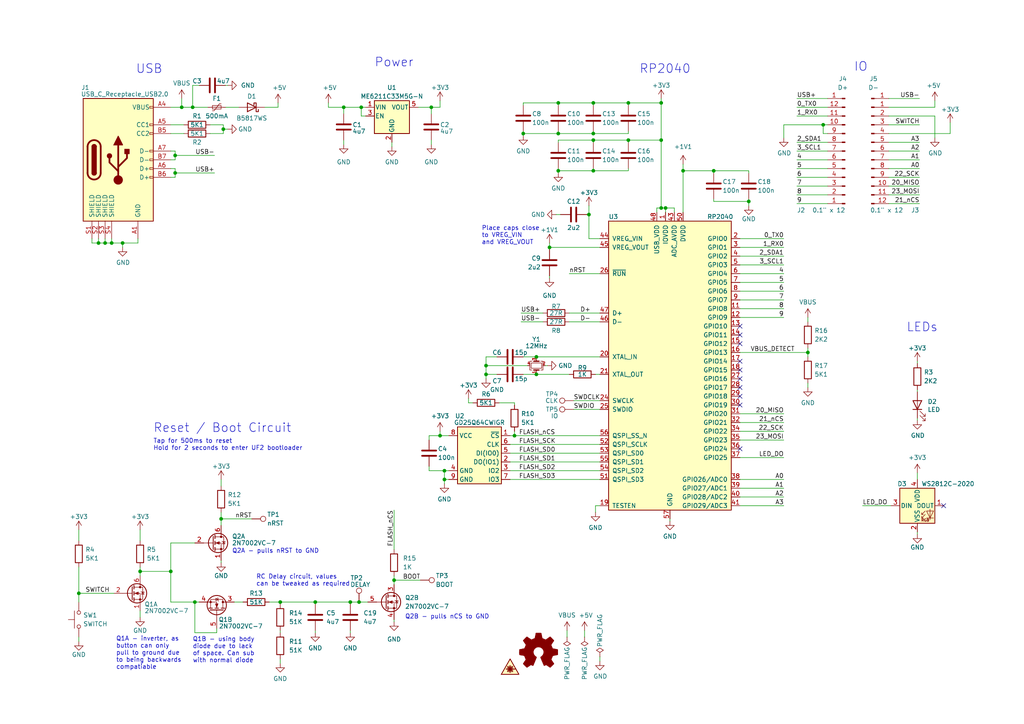
<source format=kicad_sch>
(kicad_sch (version 20211123) (generator eeschema)
  (paper "A4")
  (title_block (title "Sea Picro Reset") (date "2022-03-13") (rev "0.2") (company "Josh Johnson"))
  (junction (at 170.815 62.23))
  (junction (at 40.64 165.735))
  (junction (at 32.385 70.485))
  (junction (at 140.97 106.045))
  (junction (at 207.01 49.53))
  (junction (at 125.095 31.115))
  (junction (at 56.515 174.625))
  (junction (at 64.77 37.465))
  (junction (at 64.135 150.495))
  (junction (at 172.085 38.735))
  (junction (at 104.14 174.625))
  (junction (at 182.245 29.845))
  (junction (at 151.765 38.735))
  (junction (at 161.925 49.53))
  (junction (at 182.245 40.64))
  (junction (at 50.8 45.085))
  (junction (at 234.315 102.235))
  (junction (at 28.575 70.485))
  (junction (at 193.04 60.325))
  (junction (at 35.56 70.485))
  (junction (at 191.77 40.64))
  (junction (at 172.085 49.53))
  (junction (at 104.775 31.115))
  (junction (at 159.385 71.755))
  (junction (at 52.705 31.115))
  (junction (at 30.48 70.485))
  (junction (at 198.12 49.53))
  (junction (at 50.8 50.165))
  (junction (at 101.6 174.625))
  (junction (at 155.575 108.585))
  (junction (at 22.86 172.085))
  (junction (at 161.925 38.735))
  (junction (at 91.44 174.625))
  (junction (at 127.635 126.365))
  (junction (at 49.53 165.735))
  (junction (at 140.97 108.585))
  (junction (at 155.575 103.505))
  (junction (at 128.905 136.525))
  (junction (at 55.88 31.115))
  (junction (at 99.695 31.115))
  (junction (at 81.28 174.625))
  (junction (at 114.3 168.275))
  (junction (at 128.905 139.065))
  (junction (at 172.085 29.845))
  (junction (at 191.77 29.845))
  (junction (at 172.085 40.64))
  (junction (at 149.225 126.365))
  (junction (at 161.925 29.845))
  (junction (at 217.17 58.42))
  (junction (at 238.76 36.195))
  (junction (at 191.77 60.325))
  (no_connect (at 214.63 130.175))
  (no_connect (at 214.63 107.315))
  (no_connect (at 214.63 112.395))
  (no_connect (at 214.63 97.155))
  (no_connect (at 214.63 99.695))
  (no_connect (at 214.63 114.935))
  (no_connect (at 214.63 104.775))
  (no_connect (at 214.63 94.615))
  (no_connect (at 214.63 109.855))
  (no_connect (at 273.685 146.685))
  (no_connect (at 214.63 117.475))
  (wire (pts (xy 128.905 136.525) (xy 128.905 139.065)))
  (wire (pts (xy 50.8 48.895) (xy 50.8 50.165)))
  (wire (pts (xy 266.065 121.285) (xy 266.065 121.92)))
  (wire (pts (xy 127.635 126.365) (xy 124.46 126.365)))
  (wire (pts (xy 151.765 30.48) (xy 151.765 29.845)))
  (wire (pts (xy 191.77 29.845) (xy 191.77 40.64)))
  (wire (pts (xy 60.96 36.195) (xy 64.77 36.195)))
  (wire (pts (xy 147.955 126.365) (xy 149.225 126.365)))
  (wire (pts (xy 182.245 29.845) (xy 191.77 29.845)))
  (wire (pts (xy 207.01 49.53) (xy 198.12 49.53)))
  (wire (pts (xy 56.515 174.625) (xy 49.53 174.625)))
  (wire (pts (xy 231.14 56.515) (xy 240.03 56.515)))
  (wire (pts (xy 191.77 40.64) (xy 191.77 60.325)))
  (wire (pts (xy 257.81 41.275) (xy 266.7 41.275)))
  (wire (pts (xy 114.3 167.005) (xy 114.3 168.275)))
  (wire (pts (xy 28.575 70.485) (xy 30.48 70.485)))
  (wire (pts (xy 182.245 29.845) (xy 182.245 30.48)))
  (wire (pts (xy 234.315 111.125) (xy 234.315 112.395)))
  (wire (pts (xy 214.63 92.075) (xy 227.33 92.075)))
  (wire (pts (xy 26.67 70.485) (xy 28.575 70.485)))
  (wire (pts (xy 140.97 103.505) (xy 140.97 106.045)))
  (wire (pts (xy 40.64 164.465) (xy 40.64 165.735)))
  (wire (pts (xy 80.645 31.115) (xy 80.645 29.845)))
  (wire (pts (xy 157.48 93.345) (xy 151.13 93.345)))
  (wire (pts (xy 231.14 53.975) (xy 240.03 53.975)))
  (wire (pts (xy 65.405 31.115) (xy 69.215 31.115)))
  (wire (pts (xy 32.385 69.215) (xy 32.385 70.485)))
  (wire (pts (xy 231.14 51.435) (xy 240.03 51.435)))
  (wire (pts (xy 64.135 148.59) (xy 64.135 150.495)))
  (wire (pts (xy 161.925 48.895) (xy 161.925 49.53)))
  (wire (pts (xy 173.99 71.755) (xy 159.385 71.755)))
  (wire (pts (xy 155.575 108.585) (xy 165.1 108.585)))
  (wire (pts (xy 198.12 49.53) (xy 198.12 61.595)))
  (wire (pts (xy 22.86 164.465) (xy 22.86 172.085)))
  (wire (pts (xy 214.63 71.755) (xy 227.33 71.755)))
  (wire (pts (xy 99.695 31.115) (xy 104.775 31.115)))
  (wire (pts (xy 22.86 172.085) (xy 22.86 174.625)))
  (wire (pts (xy 231.14 33.655) (xy 240.03 33.655)))
  (wire (pts (xy 169.545 182.88) (xy 169.545 184.785)))
  (wire (pts (xy 55.88 24.765) (xy 57.785 24.765)))
  (wire (pts (xy 49.53 48.895) (xy 50.8 48.895)))
  (wire (pts (xy 50.8 50.165) (xy 50.8 51.435)))
  (wire (pts (xy 191.77 28.575) (xy 191.77 29.845)))
  (wire (pts (xy 271.145 31.115) (xy 271.145 29.21)))
  (wire (pts (xy 50.8 45.085) (xy 62.23 45.085)))
  (wire (pts (xy 238.76 38.735) (xy 238.76 36.195)))
  (wire (pts (xy 271.145 33.655) (xy 271.145 40.005)))
  (wire (pts (xy 172.085 30.48) (xy 172.085 29.845)))
  (wire (pts (xy 166.37 118.745) (xy 173.99 118.745)))
  (wire (pts (xy 64.135 150.495) (xy 73.025 150.495)))
  (wire (pts (xy 257.81 43.815) (xy 266.7 43.815)))
  (wire (pts (xy 207.01 57.785) (xy 207.01 58.42)))
  (wire (pts (xy 266.065 105.41) (xy 266.065 104.775)))
  (wire (pts (xy 193.04 60.325) (xy 191.77 60.325)))
  (wire (pts (xy 231.14 28.575) (xy 240.03 28.575)))
  (wire (pts (xy 231.14 43.815) (xy 240.03 43.815)))
  (wire (pts (xy 64.135 150.495) (xy 64.135 152.4)))
  (wire (pts (xy 81.28 191.135) (xy 81.28 192.405)))
  (wire (pts (xy 182.245 38.1) (xy 182.245 38.735)))
  (wire (pts (xy 172.085 38.735) (xy 182.245 38.735)))
  (wire (pts (xy 240.03 38.735) (xy 238.76 38.735)))
  (wire (pts (xy 214.63 144.145) (xy 227.33 144.145)))
  (wire (pts (xy 49.53 174.625) (xy 49.53 165.735)))
  (wire (pts (xy 121.285 31.115) (xy 125.095 31.115)))
  (wire (pts (xy 140.97 108.585) (xy 140.97 109.855)))
  (wire (pts (xy 114.3 147.955) (xy 114.3 159.385)))
  (wire (pts (xy 22.86 153.67) (xy 22.86 156.845)))
  (wire (pts (xy 104.14 174.625) (xy 106.68 174.625)))
  (wire (pts (xy 214.63 74.295) (xy 227.33 74.295)))
  (wire (pts (xy 214.63 127.635) (xy 227.33 127.635)))
  (wire (pts (xy 64.77 36.195) (xy 64.77 37.465)))
  (wire (pts (xy 182.245 48.895) (xy 182.245 49.53)))
  (wire (pts (xy 147.955 133.985) (xy 173.99 133.985)))
  (wire (pts (xy 161.925 38.735) (xy 172.085 38.735)))
  (wire (pts (xy 207.01 49.53) (xy 217.17 49.53)))
  (wire (pts (xy 53.34 36.195) (xy 49.53 36.195)))
  (wire (pts (xy 127.635 29.21) (xy 127.635 31.115)))
  (wire (pts (xy 140.97 106.045) (xy 140.97 108.585)))
  (wire (pts (xy 159.385 70.485) (xy 159.385 71.755)))
  (wire (pts (xy 170.815 62.23) (xy 170.815 69.215)))
  (wire (pts (xy 99.695 31.115) (xy 99.695 33.02)))
  (wire (pts (xy 149.225 125.095) (xy 149.225 126.365)))
  (wire (pts (xy 172.085 49.53) (xy 182.245 49.53)))
  (wire (pts (xy 198.12 47.625) (xy 198.12 49.53)))
  (wire (pts (xy 157.48 90.805) (xy 151.13 90.805)))
  (wire (pts (xy 266.065 113.665) (xy 266.065 113.03)))
  (wire (pts (xy 257.81 36.195) (xy 266.7 36.195)))
  (wire (pts (xy 217.17 58.42) (xy 217.17 59.69)))
  (wire (pts (xy 49.53 43.815) (xy 50.8 43.815)))
  (wire (pts (xy 172.085 29.845) (xy 182.245 29.845)))
  (wire (pts (xy 234.315 102.235) (xy 234.315 103.505)))
  (wire (pts (xy 214.63 102.235) (xy 234.315 102.235)))
  (wire (pts (xy 257.81 33.655) (xy 271.145 33.655)))
  (wire (pts (xy 65.405 24.765) (xy 66.04 24.765)))
  (wire (pts (xy 207.01 50.165) (xy 207.01 49.53)))
  (wire (pts (xy 50.8 46.355) (xy 49.53 46.355)))
  (wire (pts (xy 22.86 172.085) (xy 33.02 172.085)))
  (wire (pts (xy 101.6 174.625) (xy 104.14 174.625)))
  (wire (pts (xy 161.925 29.845) (xy 161.925 30.48)))
  (wire (pts (xy 101.6 182.88) (xy 101.6 183.515)))
  (wire (pts (xy 130.175 136.525) (xy 128.905 136.525)))
  (wire (pts (xy 26.67 69.215) (xy 26.67 70.485)))
  (wire (pts (xy 257.81 59.055) (xy 266.7 59.055)))
  (wire (pts (xy 104.775 33.655) (xy 104.775 31.115)))
  (wire (pts (xy 147.955 136.525) (xy 173.99 136.525)))
  (wire (pts (xy 50.8 51.435) (xy 49.53 51.435)))
  (wire (pts (xy 128.905 139.065) (xy 130.175 139.065)))
  (wire (pts (xy 257.81 48.895) (xy 266.7 48.895)))
  (wire (pts (xy 214.63 139.065) (xy 227.33 139.065)))
  (wire (pts (xy 52.705 28.575) (xy 52.705 31.115)))
  (wire (pts (xy 28.575 69.215) (xy 28.575 70.485)))
  (wire (pts (xy 214.63 141.605) (xy 227.33 141.605)))
  (wire (pts (xy 266.065 137.16) (xy 266.065 139.065)))
  (wire (pts (xy 81.28 182.88) (xy 81.28 183.515)))
  (wire (pts (xy 140.97 108.585) (xy 144.145 108.585)))
  (wire (pts (xy 50.8 45.085) (xy 50.8 46.355)))
  (wire (pts (xy 101.6 175.26) (xy 101.6 174.625)))
  (wire (pts (xy 214.63 84.455) (xy 227.33 84.455)))
  (wire (pts (xy 161.925 49.53) (xy 172.085 49.53)))
  (wire (pts (xy 60.96 38.735) (xy 64.77 38.735)))
  (wire (pts (xy 151.765 29.845) (xy 161.925 29.845)))
  (wire (pts (xy 172.085 40.64) (xy 172.085 41.275)))
  (wire (pts (xy 40.64 165.735) (xy 40.64 167.005)))
  (wire (pts (xy 172.085 38.1) (xy 172.085 38.735)))
  (wire (pts (xy 234.315 92.075) (xy 234.315 93.345)))
  (wire (pts (xy 125.095 31.115) (xy 125.095 33.02)))
  (wire (pts (xy 173.99 146.685) (xy 172.72 146.685)))
  (wire (pts (xy 164.465 182.88) (xy 164.465 184.785)))
  (wire (pts (xy 128.905 139.065) (xy 128.905 140.335)))
  (wire (pts (xy 32.385 70.485) (xy 35.56 70.485)))
  (wire (pts (xy 30.48 70.485) (xy 32.385 70.485)))
  (wire (pts (xy 217.17 49.53) (xy 217.17 50.165)))
  (wire (pts (xy 147.955 128.905) (xy 173.99 128.905)))
  (wire (pts (xy 172.72 146.685) (xy 172.72 148.59)))
  (wire (pts (xy 135.89 115.57) (xy 135.89 116.84)))
  (wire (pts (xy 214.63 122.555) (xy 227.33 122.555)))
  (wire (pts (xy 64.135 139.065) (xy 64.135 140.97)))
  (wire (pts (xy 147.955 139.065) (xy 173.99 139.065)))
  (wire (pts (xy 149.225 116.84) (xy 149.225 117.475)))
  (wire (pts (xy 113.665 41.275) (xy 113.665 42.545)))
  (wire (pts (xy 151.765 38.735) (xy 161.925 38.735)))
  (wire (pts (xy 81.28 174.625) (xy 91.44 174.625)))
  (wire (pts (xy 106.045 33.655) (xy 104.775 33.655)))
  (wire (pts (xy 258.445 146.685) (xy 250.19 146.685)))
  (wire (pts (xy 161.925 29.845) (xy 172.085 29.845)))
  (wire (pts (xy 67.945 174.625) (xy 70.485 174.625)))
  (wire (pts (xy 193.04 60.325) (xy 193.04 61.595)))
  (wire (pts (xy 127.635 125.095) (xy 127.635 126.365)))
  (wire (pts (xy 151.765 38.735) (xy 151.765 39.37)))
  (wire (pts (xy 234.315 100.965) (xy 234.315 102.235)))
  (wire (pts (xy 50.8 50.165) (xy 62.23 50.165)))
  (wire (pts (xy 231.14 48.895) (xy 240.03 48.895)))
  (wire (pts (xy 257.81 53.975) (xy 266.7 53.975)))
  (wire (pts (xy 173.99 191.77) (xy 173.99 190.5)))
  (wire (pts (xy 151.765 38.1) (xy 151.765 38.735)))
  (wire (pts (xy 173.99 69.215) (xy 170.815 69.215)))
  (wire (pts (xy 214.63 81.915) (xy 227.33 81.915)))
  (wire (pts (xy 214.63 79.375) (xy 227.33 79.375)))
  (wire (pts (xy 144.78 116.84) (xy 149.225 116.84)))
  (wire (pts (xy 50.8 43.815) (xy 50.8 45.085)))
  (wire (pts (xy 55.88 31.115) (xy 60.325 31.115)))
  (wire (pts (xy 166.37 116.205) (xy 173.99 116.205)))
  (wire (pts (xy 182.245 40.64) (xy 191.77 40.64)))
  (wire (pts (xy 56.515 183.515) (xy 56.515 174.625)))
  (wire (pts (xy 214.63 125.095) (xy 227.33 125.095)))
  (wire (pts (xy 214.63 89.535) (xy 227.33 89.535)))
  (wire (pts (xy 194.31 150.495) (xy 194.31 151.13)))
  (wire (pts (xy 40.64 177.165) (xy 40.64 179.07)))
  (wire (pts (xy 170.18 62.23) (xy 170.815 62.23)))
  (wire (pts (xy 125.095 40.64) (xy 125.095 41.91)))
  (wire (pts (xy 195.58 60.325) (xy 193.04 60.325)))
  (wire (pts (xy 81.28 174.625) (xy 78.105 174.625)))
  (wire (pts (xy 159.385 71.755) (xy 159.385 72.39)))
  (wire (pts (xy 172.085 48.895) (xy 172.085 49.53)))
  (wire (pts (xy 149.225 126.365) (xy 173.99 126.365)))
  (wire (pts (xy 257.81 51.435) (xy 266.7 51.435)))
  (wire (pts (xy 231.14 41.275) (xy 240.03 41.275)))
  (wire (pts (xy 81.28 175.26) (xy 81.28 174.625)))
  (wire (pts (xy 191.77 60.325) (xy 190.5 60.325)))
  (wire (pts (xy 275.59 35.56) (xy 275.59 38.735)))
  (wire (pts (xy 49.53 165.735) (xy 40.64 165.735)))
  (wire (pts (xy 62.865 183.515) (xy 56.515 183.515)))
  (wire (pts (xy 161.925 40.64) (xy 172.085 40.64)))
  (wire (pts (xy 127.635 126.365) (xy 130.175 126.365)))
  (wire (pts (xy 159.385 80.01) (xy 159.385 80.645)))
  (wire (pts (xy 64.77 37.465) (xy 64.77 38.735)))
  (wire (pts (xy 214.63 76.835) (xy 227.33 76.835)))
  (wire (pts (xy 165.1 93.345) (xy 173.99 93.345)))
  (wire (pts (xy 217.17 57.785) (xy 217.17 58.42)))
  (wire (pts (xy 49.53 31.115) (xy 52.705 31.115)))
  (wire (pts (xy 40.64 153.67) (xy 40.64 156.845)))
  (wire (pts (xy 91.44 182.88) (xy 91.44 183.515)))
  (wire (pts (xy 266.065 154.305) (xy 266.065 154.94)))
  (wire (pts (xy 53.34 38.735) (xy 49.53 38.735)))
  (wire (pts (xy 151.765 108.585) (xy 155.575 108.585)))
  (wire (pts (xy 227.33 36.195) (xy 238.76 36.195)))
  (wire (pts (xy 95.25 31.115) (xy 95.25 29.845)))
  (wire (pts (xy 161.29 62.23) (xy 162.56 62.23)))
  (wire (pts (xy 158.115 106.045) (xy 158.75 106.045)))
  (wire (pts (xy 231.14 31.115) (xy 240.03 31.115)))
  (wire (pts (xy 161.925 41.275) (xy 161.925 40.64)))
  (wire (pts (xy 62.865 182.245) (xy 62.865 183.515)))
  (wire (pts (xy 165.1 90.805) (xy 173.99 90.805)))
  (wire (pts (xy 190.5 60.325) (xy 190.5 61.595)))
  (wire (pts (xy 114.3 179.705) (xy 114.3 180.34)))
  (wire (pts (xy 140.97 106.045) (xy 153.035 106.045)))
  (wire (pts (xy 182.245 41.275) (xy 182.245 40.64)))
  (wire (pts (xy 227.33 36.195) (xy 227.33 40.005)))
  (wire (pts (xy 64.135 162.56) (xy 64.135 163.195)))
  (wire (pts (xy 125.095 31.115) (xy 127.635 31.115)))
  (wire (pts (xy 104.775 31.115) (xy 106.045 31.115)))
  (wire (pts (xy 161.925 49.53) (xy 161.925 50.165)))
  (wire (pts (xy 173.99 79.375) (xy 165.1 79.375)))
  (wire (pts (xy 40.005 69.215) (xy 40.005 70.485)))
  (wire (pts (xy 66.04 37.465) (xy 64.77 37.465)))
  (wire (pts (xy 161.925 38.1) (xy 161.925 38.735)))
  (wire (pts (xy 55.88 24.765) (xy 55.88 31.115)))
  (wire (pts (xy 52.705 31.115) (xy 55.88 31.115)))
  (wire (pts (xy 195.58 61.595) (xy 195.58 60.325)))
  (wire (pts (xy 214.63 146.685) (xy 227.33 146.685)))
  (wire (pts (xy 257.81 38.735) (xy 275.59 38.735)))
  (wire (pts (xy 257.81 46.355) (xy 266.7 46.355)))
  (wire (pts (xy 231.14 46.355) (xy 240.03 46.355)))
  (wire (pts (xy 124.46 126.365) (xy 124.46 127.635)))
  (wire (pts (xy 30.48 69.215) (xy 30.48 70.485)))
  (wire (pts (xy 155.575 103.505) (xy 173.99 103.505)))
  (wire (pts (xy 214.63 120.015) (xy 227.33 120.015)))
  (wire (pts (xy 147.955 131.445) (xy 173.99 131.445)))
  (wire (pts (xy 49.53 157.48) (xy 56.515 157.48)))
  (wire (pts (xy 207.01 58.42) (xy 217.17 58.42)))
  (wire (pts (xy 35.56 70.485) (xy 40.005 70.485)))
  (wire (pts (xy 76.835 31.115) (xy 80.645 31.115)))
  (wire (pts (xy 124.46 135.255) (xy 124.46 136.525)))
  (wire (pts (xy 99.695 40.64) (xy 99.695 41.91)))
  (wire (pts (xy 95.25 31.115) (xy 99.695 31.115)))
  (wire (pts (xy 257.81 31.115) (xy 271.145 31.115)))
  (wire (pts (xy 231.14 59.055) (xy 240.03 59.055)))
  (wire (pts (xy 257.81 28.575) (xy 266.7 28.575)))
  (wire (pts (xy 114.3 168.275) (xy 121.92 168.275)))
  (wire (pts (xy 257.81 56.515) (xy 266.7 56.515)))
  (wire (pts (xy 135.89 116.84) (xy 137.16 116.84)))
  (wire (pts (xy 172.085 40.64) (xy 182.245 40.64)))
  (wire (pts (xy 170.815 59.69) (xy 170.815 62.23)))
  (wire (pts (xy 144.145 103.505) (xy 140.97 103.505)))
  (wire (pts (xy 124.46 136.525) (xy 128.905 136.525)))
  (wire (pts (xy 172.72 108.585) (xy 173.99 108.585)))
  (wire (pts (xy 214.63 132.715) (xy 227.33 132.715)))
  (wire (pts (xy 91.44 175.26) (xy 91.44 174.625)))
  (wire (pts (xy 238.76 36.195) (xy 240.03 36.195)))
  (wire (pts (xy 214.63 69.215) (xy 227.33 69.215)))
  (wire (pts (xy 56.515 174.625) (xy 57.785 174.625)))
  (wire (pts (xy 114.3 168.275) (xy 114.3 169.545)))
  (wire (pts (xy 49.53 157.48) (xy 49.53 165.735)))
  (wire (pts (xy 91.44 174.625) (xy 101.6 174.625)))
  (wire (pts (xy 214.63 86.995) (xy 227.33 86.995)))
  (wire (pts (xy 151.765 103.505) (xy 155.575 103.505)))
  (wire (pts (xy 22.86 184.785) (xy 22.86 186.055)))
  (wire (pts (xy 35.56 71.755) (xy 35.56 70.485)))
  (text "LEDs" (at 262.89 96.52 0) (effects (font (size 2.54 2.54)) (justify left bottom)))
  (text "RP2040" (at 185.42 21.59 0) (effects (font (size 2.54 2.54)) (justify left bottom)))
  (text "Power" (at 108.585 19.685 0) (effects (font (size 2.54 2.54)) (justify left bottom)))
  (text "Q2A - pulls nRST to GND" (at 67.31 160.655 0) (effects (font (size 1.27 1.27)) (justify left bottom)))
  (text "Q1A - inverter, as \nbutton can only \npull to ground due\nto being backwards\ncompatiable" (at 33.655 194.31 0) (effects (font (size 1.27 1.27)) (justify left bottom)))
  (text "Place caps close \nto VREG_VIN \nand VREG_VOUT" (at 139.7 71.12 0) (effects (font (size 1.27 1.27)) (justify left bottom)))
  (text "Q1B - using body \ndiode due to lack\nof space. Can sub\nwith normal diode" (at 55.88 192.405 0) (effects (font (size 1.27 1.27)) (justify left bottom)))
  (text "Tap for 500ms to reset\nHold for 2 seconds to enter UF2 bootloader" (at 44.45 130.81 0) (effects (font (size 1.27 1.27)) (justify left bottom)))
  (text "RC Delay circuit, values\ncan be tweaked as required" (at 74.295 170.18 0) (effects (font (size 1.27 1.27)) (justify left bottom)))
  (text "Reset / Boot Circuit" (at 44.45 125.73 0) (effects (font (size 2.54 2.54)) (justify left bottom)))
  (text "IO" (at 247.65 20.955 0) (effects (font (size 2.54 2.54)) (justify left bottom)))
  (text "USB" (at 39.37 21.59 0) (effects (font (size 2.54 2.54)) (justify left bottom)))
  (text "Q2B - pulls nCS to GND" (at 117.475 179.705 0) (effects (font (size 1.27 1.27)) (justify left bottom)))
  (label "23_MOSI" (at 227.33 127.635 180))
  (label "USB-" (at 62.23 45.085 180))
  (label "4" (at 231.14 46.355 0))
  (label "SWDIO" (at 166.37 118.745 0))
  (label "3_SCL1" (at 227.33 76.835 180))
  (label "SWDCLK" (at 166.37 116.205 0))
  (label "22_SCK" (at 227.33 125.095 180))
  (label "LED_DO" (at 250.19 146.685 0))
  (label "7" (at 231.14 53.975 0))
  (label "A2" (at 227.33 144.145 180))
  (label "4" (at 227.33 79.375 180))
  (label "3_SCL1" (at 231.14 43.815 0))
  (label "USB-" (at 266.7 28.575 180))
  (label "2_SDA1" (at 231.14 41.275 0))
  (label "5" (at 231.14 48.895 0))
  (label "USB+" (at 231.14 28.575 0))
  (label "22_SCK" (at 266.7 51.435 180))
  (label "6" (at 231.14 51.435 0))
  (label "nRST" (at 165.1 79.375 0))
  (label "20_MISO" (at 227.33 120.015 180))
  (label "USB-" (at 151.13 93.345 0))
  (label "23_MOSI" (at 266.7 56.515 180))
  (label "FLASH_SD0" (at 150.495 131.445 0))
  (label "FLASH_SD3" (at 150.495 139.065 0))
  (label "SWITCH" (at 24.765 172.085 0))
  (label "FLASH_nCS" (at 114.3 147.955 270))
  (label "9" (at 227.33 92.075 180))
  (label "A1" (at 227.33 141.605 180))
  (label "FLASH_nCS" (at 150.495 126.365 0))
  (label "21_nCS" (at 227.33 122.555 180))
  (label "8" (at 227.33 89.535 180))
  (label "5" (at 227.33 81.915 180))
  (label "A0" (at 227.33 139.065 180))
  (label "D-" (at 168.275 93.345 0))
  (label "USB+" (at 62.23 50.165 180))
  (label "0_TX0" (at 227.33 69.215 180))
  (label "USB+" (at 151.13 90.805 0))
  (label "LED_DO" (at 227.33 132.715 180))
  (label "9" (at 231.14 59.055 0))
  (label "6" (at 227.33 84.455 180))
  (label "21_nCS" (at 266.7 59.055 180))
  (label "7" (at 227.33 86.995 180))
  (label "8" (at 231.14 56.515 0))
  (label "nRST" (at 73.025 150.495 180))
  (label "0_TX0" (at 231.14 31.115 0))
  (label "D+" (at 168.275 90.805 0))
  (label "A3" (at 266.7 41.275 180))
  (label "FLASH_SCK" (at 150.495 128.905 0))
  (label "20_MISO" (at 266.7 53.975 180))
  (label "VBUS_DETECT" (at 230.505 102.235 180))
  (label "SWITCH" (at 266.7 36.195 180))
  (label "A0" (at 266.7 48.895 180))
  (label "1_RX0" (at 231.14 33.655 0))
  (label "A3" (at 227.33 146.685 180))
  (label "A2" (at 266.7 43.815 180))
  (label "1_RX0" (at 227.33 71.755 180))
  (label "BOOT" (at 121.92 168.275 180))
  (label "FLASH_SD2" (at 150.495 136.525 0))
  (label "2_SDA1" (at 227.33 74.295 180))
  (label "FLASH_SD1" (at 150.495 133.985 0))
  (label "A1" (at 266.7 46.355 180))
  (symbol (lib_id "power:GND") (at 35.56 71.755 0) (unit 1)
    (property "Reference" "#PWR01" (effects hide))
    (property "Value" "GND" (at 35.687 76.1492 0))
  )
  (symbol (lib_id "Device:R") (at 57.15 36.195 270) (unit 1)
    (property "Reference" "R1" (at 57.15 33.655 90))
    (property "Value" "5K1" (at 57.15 36.195 90))
    (property "Footprint" "Resistor_SMD:R_0402_1005Metric" (effects hide))
    (property "LCSC" "C25905" (effects hide))
    (property "MPN " "0402WGF5101TCE" (effects hide))
    (property "Manufacturer" "UNI-ROYAL(Uniroyal Elec)" (effects hide))
    (property "JLC Basic" "Y" (effects hide))
  )
  (symbol (lib_id "Device:R") (at 57.15 38.735 270) (unit 1)
    (property "Reference" "R2" (at 57.15 41.275 90))
    (property "Value" "5K1" (at 57.15 38.735 90))
    (property "Footprint" "Resistor_SMD:R_0402_1005Metric" (effects hide))
    (property "LCSC" "C25905" (effects hide))
    (property "MPN " "0402WGF5101TCE" (effects hide))
    (property "Manufacturer" "UNI-ROYAL(Uniroyal Elec)" (effects hide))
    (property "JLC Basic" "Y" (effects hide))
  )
  (symbol (lib_id "power:GND") (at 66.04 37.465 90) (unit 1)
    (property "Reference" "#PWR02" (effects hide))
    (property "Value" "GND" (at 71.12 37.465 90))
  )
  (symbol (lib_id "Device:D_Schottky") (at 73.025 31.115 180) (unit 1)
    (property "Reference" "D1" (at 73.025 27.94 0))
    (property "Value" "B5817WS" (at 73.025 34.29 0))
    (property "Footprint" "Diode_SMD:D_SOD-323" (effects hide))
    (property "LCSC" "C122854" (effects hide))
    (property "MPN " "B5817WS" (effects hide))
    (property "Manufacturer" "Shikues" (effects hide))
    (property "JLC Basic" "N" (effects hide))
  )
  (symbol (lib_id "power:+5V") (at 80.645 29.845 0) (unit 1)
    (property "Reference" "#PWR05" (effects hide))
    (property "Value" "+5V" (at 81.026 25.4508 0))
  )
  (symbol (lib_id "Device:Polyfuse_Small") (at 62.865 31.115 270) (unit 1)
    (property "Reference" "F1" (at 62.865 28.575 90))
    (property "Value" "500mA" (at 62.865 33.655 90))
    (property "Footprint" "josh-passives-smt:Fuse_0603_1608Metric" (effects hide))
    (property "LCSC" "C210357" (effects hide))
    (property "MPN " "MF-FSMF050X-2" (effects hide))
    (property "Manufacturer" "BOURNS" (effects hide))
    (property "JLC Basic" "N" (effects hide))
  )
  (symbol (lib_id "Connector:Conn_01x12_Male") (at 245.11 46.355 180) (unit 1) (in_bom no)
    (property "Reference" "J2" (at 231.14 60.96 0) (effects (justify right)))
    (property "Value" "0.1\" x 12" (at 235.585 60.96 0) (effects (justify right)))
    (property "Footprint" "josh-connectors:Castellated_Short_P2.54x12" (effects hide))
    (property "DNP" "DNP" (effects hide))
  )
  (symbol (lib_id "Connector:Conn_01x12_Male") (at 252.73 43.815 0) (unit 1) (in_bom no)
    (property "Reference" "J3" (at 265.43 60.96 0))
    (property "Value" "0.1\" x 12" (at 257.175 60.96 0))
    (property "Footprint" "josh-connectors:Castellated_Short_P2.54x12" (effects hide))
    (property "DNP" "DNP" (effects hide))
  )
  (symbol (lib_id "Device:LED") (at 266.065 117.475 90) (unit 1)
    (property "Reference" "D2" (at 269.0368 116.4844 90) (effects (justify right)))
    (property "Value" "LED" (at 269.0368 118.7958 90) (effects (justify right)))
    (property "Footprint" "LED_SMD:LED_0603_1608Metric" (effects hide))
    (property "LCSC" "C72041" (effects hide))
    (property "MPN " "19-217/BHC-ZL1M2RY/3T" (effects hide))
    (property "Manufacturer" "Everlight Elec" (effects hide))
    (property "JLC Basic" "Y" (effects hide))
  )
  (symbol (lib_id "power:GND") (at 266.065 121.92 0) (unit 1)
    (property "Reference" "#PWR07" (effects hide))
    (property "Value" "GND" (at 266.192 126.3142 0))
  )
  (symbol (lib_id "power:GND") (at 227.33 40.005 0) (unit 1)
    (property "Reference" "#PWR03" (effects hide))
    (property "Value" "GND" (at 227.457 44.3992 0))
  )
  (symbol (lib_id "power:+5V") (at 271.145 29.21 0) (mirror y) (unit 1)
    (property "Reference" "#PWR010" (effects hide))
    (property "Value" "+5V" (at 270.764 24.8158 0))
  )
  (symbol (lib_id "power:GND") (at 271.145 40.005 0) (unit 1)
    (property "Reference" "#PWR09" (effects hide))
    (property "Value" "GND" (at 271.272 44.3992 0))
  )
  (symbol (lib_id "power:PWR_FLAG") (at 173.99 190.5 0) (unit 1)
    (property "Reference" "#FLG04" (effects hide))
    (property "Value" "PWR_FLAG" (at 173.99 182.88 90))
  )
  (symbol (lib_id "power:GND") (at 173.99 191.77 0) (unit 1)
    (property "Reference" "#PWR017" (effects hide))
    (property "Value" "GND" (at 174.117 196.1642 0))
  )
  (symbol (lib_id "Graphic:Logo_Open_Hardware_Small") (at 156.21 189.23 0) (unit 1) (in_bom no)
    (property "Reference" "LOGO1" (effects hide))
    (property "Value" "Logo_Open_Hardware_Small" (effects hide))
    (property "Footprint" "josh-logos:OSHW_Logo_3.6x3.6_F.Mask" (effects hide))
    (property "DNP" "DNP" (effects hide))
  )
  (symbol (lib_id "Connector:TestPoint") (at 121.92 168.275 270) (unit 1) (in_bom no)
    (property "Reference" "TP3" (at 126.365 167.005 90) (effects (justify left)))
    (property "Value" "BOOT" (at 126.365 169.545 90) (effects (justify left)))
    (property "Footprint" "TestPoint:TestPoint_Pad_D1.0mm" (effects hide))
    (property "DNP" "DNP" (effects hide))
  )
  (symbol (lib_id "Device:C") (at 159.385 76.2 0) (mirror y) (unit 1)
    (property "Reference" "C9" (at 156.845 74.93 0) (effects (justify left)))
    (property "Value" "2u2" (at 156.845 77.47 0) (effects (justify left)))
    (property "Footprint" "Capacitor_SMD:C_0402_1005Metric" (effects hide))
    (property "LCSC" "C12530" (effects hide))
    (property "MPN " "CL05A225MQ5NSNC" (effects hide))
    (property "Manufacturer" "Samsung Electro-Mechanics" (effects hide))
    (property "JLC Basic" "Y" (effects hide))
  )
  (symbol (lib_id "power:GND") (at 99.695 41.91 0) (unit 1)
    (property "Reference" "#PWR06" (effects hide))
    (property "Value" "GND" (at 99.695 46.99 0))
  )
  (symbol (lib_id "Device:C") (at 101.6 179.07 0) (unit 1)
    (property "Reference" "C19" (at 105.41 177.7999 0) (effects (justify left)))
    (property "Value" "4u7" (at 105.41 180.3399 0) (effects (justify left)))
    (property "Footprint" "Capacitor_SMD:C_0402_1005Metric" (effects hide))
    (property "JLC Basic" "Y" (effects hide))
    (property "LCSC" "C23733" (effects hide))
    (property "MPN " "CL05A475MP5NRNC" (effects hide))
    (property "Manufacturer" "Samsung Electro-Mechanics" (effects hide))
  )
  (symbol (lib_id "Device:C") (at 124.46 131.445 0) (unit 1)
    (property "Reference" "C4" (at 127 130.175 0) (effects (justify left)))
    (property "Value" "100n" (at 127 132.715 0) (effects (justify left)))
    (property "Footprint" "Capacitor_SMD:C_0402_1005Metric" (effects hide))
    (property "LCSC" "C1525" (effects hide))
    (property "MPN " "CL05B104KO5NNNC" (effects hide))
    (property "Manufacturer" "Samsung Electro-Mechanics" (effects hide))
    (property "JLC Basic" "Y" (effects hide))
  )
  (symbol (lib_id "power:GND") (at 194.31 151.13 0) (unit 1)
    (property "Reference" "#PWR033" (effects hide))
    (property "Value" "GND" (at 194.31 155.575 0))
  )
  (symbol (lib_id "power:+5V") (at 169.545 182.88 0) (unit 1)
    (property "Reference" "#PWR0112" (effects hide))
    (property "Value" "+5V" (at 169.926 178.4858 0))
  )
  (symbol (lib_id "Transistor_FET:FDG6335N") (at 61.595 157.48 0) (unit 1)
    (property "Reference" "Q2" (at 69.215 155.575 0))
    (property "Value" "2N7002VC-7" (at 73.66 157.48 0))
    (property "Footprint" "Package_TO_SOT_SMD:SOT-563" (effects hide))
    (property "Datasheet" "http://www.gneic.com/product/datasheet/FDG6335N-1122853.pdf" (effects hide))
    (property "JLC Basic" "N" (effects hide))
    (property "LCSC" "C504145" (effects hide))
    (property "MPN " "2N7002V" (effects hide))
    (property "Manufacturer" "Changjiang Electronics Tech (CJ) " (effects hide))
  )
  (symbol (lib_id "Device:Crystal_GND24_Small") (at 155.575 106.045 90) (unit 1)
    (property "Reference" "Y1" (at 155.575 98.425 90))
    (property "Value" "12MHz" (at 155.575 100.33 90))
    (property "Footprint" "josh-oscillators:Crystal_SMD_2520-4Pin_2.5x2.0mm" (effects hide))
    (property "LCSC" "C2149204" (effects hide))
    (property "MPN " "2TJ412000HYGBC" (effects hide))
    (property "Manufacturer" "JYJE" (effects hide))
    (property "JLC Basic" "N" (effects hide))
  )
  (symbol (lib_id "josh-connector:USB_C_Receptacle_USB2.0_NO_SBU") (at 34.29 46.355 0) (unit 1)
    (property "Reference" "J1" (at 24.765 25.4 0))
    (property "Value" "USB_C_Receptacle_USB2.0" (at 36.195 27.305 0))
    (property "Footprint" "josh-connectors:USB-C_MID_MOUNT_918-418K2024S40000" (effects hide))
    (property "JLC Basic" "N" (effects hide))
    (property "LCSC" "C168688" (effects hide))
    (property "MPN " "918-418K2024S40000" (effects hide))
    (property "Manufacturer" "Jing Extension of the Electronic Co" (effects hide))
  )
  (symbol (lib_id "Transistor_FET:FDG6335N") (at 62.865 177.165 270) (mirror x) (unit 2)
    (property "Reference" "Q1" (at 65.405 179.705 90))
    (property "Value" "2N7002VC-7" (at 69.85 181.61 90))
    (property "Footprint" "Package_TO_SOT_SMD:SOT-563" (effects hide))
    (property "Datasheet" "http://www.gneic.com/product/datasheet/FDG6335N-1122853.pdf" (effects hide))
    (property "JLC Basic" "N" (effects hide))
    (property "LCSC" "C504145" (effects hide))
    (property "MPN " "2N7002V" (effects hide))
    (property "Manufacturer" "Changjiang Electronics Tech (CJ) " (effects hide))
  )
  (symbol (lib_id "power:+3V3") (at 191.77 28.575 0) (unit 1)
    (property "Reference" "#PWR032" (effects hide))
    (property "Value" "+3V3" (at 191.77 24.765 0))
  )
  (symbol (lib_id "power:GND") (at 66.04 24.765 90) (unit 1)
    (property "Reference" "#PWR018" (effects hide))
    (property "Value" "GND" (at 69.85 24.7649 90) (effects (justify right)))
  )
  (symbol (lib_id "Device:R") (at 161.29 90.805 90) (unit 1)
    (property "Reference" "R7" (at 161.29 88.9 90))
    (property "Value" "27R" (at 161.29 90.805 90))
    (property "Footprint" "Resistor_SMD:R_0402_1005Metric" (effects hide))
    (property "LCSC" "C25100" (effects hide))
    (property "MPN " "0402WGF270JTCE" (effects hide))
    (property "Manufacturer" "UNI-ROYAL(Uniroyal Elec)" (effects hide))
    (property "JLC Basic" "N" (effects hide))
  )
  (symbol (lib_id "Device:C") (at 161.925 45.085 0) (unit 1)
    (property "Reference" "C11" (at 164.465 43.815 0) (effects (justify left)))
    (property "Value" "100n" (at 164.465 46.355 0) (effects (justify left)))
    (property "Footprint" "Capacitor_SMD:C_0402_1005Metric" (effects hide))
    (property "LCSC" "C1525" (effects hide))
    (property "MPN " "CL05B104KO5NNNC" (effects hide))
    (property "Manufacturer" "Samsung Electro-Mechanics" (effects hide))
    (property "JLC Basic" "Y" (effects hide))
  )
  (symbol (lib_id "Connector:TestPoint") (at 73.025 150.495 270) (unit 1) (in_bom no)
    (property "Reference" "TP1" (at 77.47 149.225 90) (effects (justify left)))
    (property "Value" "nRST" (at 77.47 151.765 90) (effects (justify left)))
    (property "Footprint" "TestPoint:TestPoint_Pad_D1.0mm" (effects hide))
    (property "DNP" "DNP" (effects hide))
  )
  (symbol (lib_id "power:GND") (at 64.135 163.195 0) (unit 1)
    (property "Reference" "#PWR0101" (effects hide))
    (property "Value" "GND" (at 64.135 167.005 0))
  )
  (symbol (lib_id "Device:R") (at 168.91 108.585 90) (unit 1)
    (property "Reference" "R9" (at 168.91 106.68 90))
    (property "Value" "1K" (at 168.91 108.585 90))
    (property "Footprint" "Resistor_SMD:R_0402_1005Metric" (effects hide))
    (property "LCSC" "C11702" (effects hide))
    (property "MPN " "0402WGF1001TCE" (effects hide))
    (property "Manufacturer" "UNI-ROYAL(Uniroyal Elec)" (effects hide))
    (property "JLC Basic" "Y" (effects hide))
  )
  (symbol (lib_id "power:+3V3") (at 135.89 115.57 0) (unit 1)
    (property "Reference" "#PWR023" (effects hide))
    (property "Value" "+3V3" (at 135.89 111.76 0))
  )
  (symbol (lib_id "power:GND") (at 151.765 39.37 0) (unit 1)
    (property "Reference" "#PWR024" (effects hide))
    (property "Value" "GND" (at 151.765 43.815 0))
  )
  (symbol (lib_id "Device:R") (at 22.86 160.655 0) (unit 1)
    (property "Reference" "R4" (at 24.765 159.3849 0) (effects (justify left)))
    (property "Value" "5K1" (at 24.765 161.9249 0) (effects (justify left)))
    (property "Footprint" "Resistor_SMD:R_0402_1005Metric" (effects hide))
    (property "LCSC" "C25905" (effects hide))
    (property "MPN " "0402WGF5101TCE" (effects hide))
    (property "Manufacturer" "UNI-ROYAL(Uniroyal Elec)" (effects hide))
    (property "JLC Basic" "Y" (effects hide))
  )
  (symbol (lib_id "Device:C") (at 182.245 45.085 0) (unit 1)
    (property "Reference" "C16" (at 184.785 43.815 0) (effects (justify left)))
    (property "Value" "100n" (at 184.785 46.355 0) (effects (justify left)))
    (property "Footprint" "Capacitor_SMD:C_0402_1005Metric" (effects hide))
    (property "LCSC" "C1525" (effects hide))
    (property "MPN " "CL05B104KO5NNNC" (effects hide))
    (property "Manufacturer" "Samsung Electro-Mechanics" (effects hide))
    (property "JLC Basic" "Y" (effects hide))
  )
  (symbol (lib_id "power:GND") (at 161.925 50.165 0) (unit 1)
    (property "Reference" "#PWR029" (effects hide))
    (property "Value" "GND" (at 161.925 54.61 0))
  )
  (symbol (lib_id "power:+3V3") (at 275.59 35.56 0) (unit 1)
    (property "Reference" "#PWR039" (effects hide))
    (property "Value" "+3V3" (at 275.59 31.75 0))
  )
  (symbol (lib_id "Device:R") (at 114.3 163.195 0) (unit 1)
    (property "Reference" "R15" (at 116.84 161.9249 0) (effects (justify left)))
    (property "Value" "1K" (at 116.84 164.4649 0) (effects (justify left)))
    (property "Footprint" "Resistor_SMD:R_0402_1005Metric" (effects hide))
    (property "LCSC" "C11702" (effects hide))
    (property "MPN " "0402WGF1001TCE" (effects hide))
    (property "Manufacturer" "UNI-ROYAL(Uniroyal Elec)" (effects hide))
    (property "JLC Basic" "Y" (effects hide))
  )
  (symbol (lib_id "power:+1V1") (at 198.12 47.625 0) (unit 1)
    (property "Reference" "#PWR034" (effects hide))
    (property "Value" "+1V1" (at 198.12 42.545 0))
  )
  (symbol (lib_id "Device:C") (at 217.17 53.975 0) (unit 1)
    (property "Reference" "C18" (at 219.71 52.705 0) (effects (justify left)))
    (property "Value" "100n" (at 219.71 55.245 0) (effects (justify left)))
    (property "Footprint" "Capacitor_SMD:C_0402_1005Metric" (effects hide))
    (property "LCSC" "C1525" (effects hide))
    (property "MPN " "CL05B104KO5NNNC" (effects hide))
    (property "Manufacturer" "Samsung Electro-Mechanics" (effects hide))
    (property "JLC Basic" "Y" (effects hide))
  )
  (symbol (lib_id "Device:R") (at 64.135 144.78 0) (unit 1)
    (property "Reference" "R12" (at 66.04 143.5099 0) (effects (justify left)))
    (property "Value" "5K1" (at 66.04 146.0499 0) (effects (justify left)))
    (property "Footprint" "Resistor_SMD:R_0402_1005Metric" (effects hide))
    (property "LCSC" "C25905" (effects hide))
    (property "MPN " "0402WGF5101TCE" (effects hide))
    (property "Manufacturer" "UNI-ROYAL(Uniroyal Elec)" (effects hide))
    (property "JLC Basic" "Y" (effects hide))
  )
  (symbol (lib_id "power:GND") (at 266.065 154.94 0) (unit 1)
    (property "Reference" "#PWR038" (effects hide))
    (property "Value" "GND" (at 266.065 158.75 0))
  )
  (symbol (lib_id "Device:C") (at 207.01 53.975 0) (unit 1)
    (property "Reference" "C17" (at 209.55 52.705 0) (effects (justify left)))
    (property "Value" "100n" (at 209.55 55.245 0) (effects (justify left)))
    (property "Footprint" "Capacitor_SMD:C_0402_1005Metric" (effects hide))
    (property "LCSC" "C1525" (effects hide))
    (property "MPN " "CL05B104KO5NNNC" (effects hide))
    (property "Manufacturer" "Samsung Electro-Mechanics" (effects hide))
    (property "JLC Basic" "Y" (effects hide))
  )
  (symbol (lib_id "Device:C") (at 151.765 34.29 0) (unit 1)
    (property "Reference" "C8" (at 154.305 33.02 0) (effects (justify left)))
    (property "Value" "100n" (at 154.305 35.56 0) (effects (justify left)))
    (property "Footprint" "Capacitor_SMD:C_0402_1005Metric" (effects hide))
    (property "LCSC" "C1525" (effects hide))
    (property "MPN " "CL05B104KO5NNNC" (effects hide))
    (property "Manufacturer" "Samsung Electro-Mechanics" (effects hide))
    (property "JLC Basic" "Y" (effects hide))
  )
  (symbol (lib_id "Device:R") (at 266.065 109.22 0) (unit 1)
    (property "Reference" "R3" (at 267.97 107.9499 0) (effects (justify left)))
    (property "Value" "2K2" (at 267.97 110.4899 0) (effects (justify left)))
    (property "Footprint" "Resistor_SMD:R_0402_1005Metric" (effects hide))
    (property "JLC Basic" "Y" (effects hide))
    (property "LCSC" "C25879" (effects hide))
    (property "MPN " "0402WGF2201TCE" (effects hide))
    (property "Manufacturer" "UNI-ROYAL(Uniroyal Elec)" (effects hide))
  )
  (symbol (lib_id "power:VBUS") (at 164.465 182.88 0) (unit 1)
    (property "Reference" "#PWR0113" (effects hide))
    (property "Value" "VBUS" (at 164.465 178.435 0))
  )
  (symbol (lib_id "power:GND") (at 128.905 140.335 0) (unit 1)
    (property "Reference" "#PWR021" (effects hide))
    (property "Value" "GND" (at 128.905 144.78 0))
  )
  (symbol (lib_id "power:+3V3") (at 127.635 29.21 0) (unit 1)
    (property "Reference" "#PWR016" (effects hide))
    (property "Value" "+3V3" (at 127.635 25.4 0))
  )
  (symbol (lib_id "Device:C") (at 166.37 62.23 90) (unit 1)
    (property "Reference" "C12" (at 166.37 58.42 90))
    (property "Value" "2u2" (at 166.37 66.04 90))
    (property "Footprint" "Capacitor_SMD:C_0402_1005Metric" (effects hide))
    (property "LCSC" "C12530" (effects hide))
    (property "MPN " "CL05A225MQ5NSNC" (effects hide))
    (property "Manufacturer" "Samsung Electro-Mechanics" (effects hide))
    (property "JLC Basic" "Y" (effects hide))
  )
  (symbol (lib_id "josh-memory:W25Q128JVSIQ") (at 135.255 131.445 0) (mirror y) (unit 1)
    (property "Reference" "U2" (at 133.35 120.65 0))
    (property "Value" "GD25Q64CWIGR" (at 139.065 122.555 0))
    (property "Footprint" "Package_SON:WSON-8-1EP_6x5mm_P1.27mm_EP3.4x4mm" (effects hide))
    (property "LCSC" "C395511" (effects hide))
    (property "MPN " "GD25Q64CWIGR" (effects hide))
    (property "Manufacturer" "GigaDevice Semicon Beijing " (effects hide))
    (property "JLC Basic" "N" (effects hide))
  )
  (symbol (lib_id "Device:R") (at 40.64 160.655 0) (unit 1)
    (property "Reference" "R5" (at 42.545 159.3849 0) (effects (justify left)))
    (property "Value" "5K1" (at 42.545 161.9249 0) (effects (justify left)))
    (property "Footprint" "Resistor_SMD:R_0402_1005Metric" (effects hide))
    (property "LCSC" "C25905" (effects hide))
    (property "MPN " "0402WGF5101TCE" (effects hide))
    (property "Manufacturer" "UNI-ROYAL(Uniroyal Elec)" (effects hide))
    (property "JLC Basic" "Y" (effects hide))
  )
  (symbol (lib_id "Device:C") (at 147.955 103.505 90) (unit 1)
    (property "Reference" "C6" (at 144.145 102.235 90))
    (property "Value" "15p" (at 151.13 102.235 90))
    (property "Footprint" "Capacitor_SMD:C_0402_1005Metric" (effects hide))
    (property "LCSC" "C1548" (effects hide))
    (property "MPN " "0402CG150J500NT" (effects hide))
    (property "Manufacturer" "FH(Guangdong Fenghua Advanced Tech)" (effects hide))
    (property "JLC Basic" "Y" (effects hide))
  )
  (symbol (lib_id "power:+3V3") (at 170.815 59.69 0) (unit 1)
    (property "Reference" "#PWR030" (effects hide))
    (property "Value" "+3V3" (at 170.815 55.88 0))
  )
  (symbol (lib_id "Device:R") (at 81.28 179.07 0) (unit 1)
    (property "Reference" "R14" (at 83.82 177.7999 0) (effects (justify left)))
    (property "Value" "51K" (at 83.82 180.3399 0) (effects (justify left)))
    (property "Footprint" "Resistor_SMD:R_0402_1005Metric" (effects hide))
    (property "JLC Basic" "Y" (effects hide))
    (property "LCSC" "C25794" (effects hide))
    (property "MPN " "0402WGF5102TCE" (effects hide))
    (property "Manufacturer" "UNI-ROYAL(Uniroyal Elec)" (effects hide))
  )
  (symbol (lib_id "Switch:SW_Push") (at 22.86 179.705 90) (unit 1)
    (property "Reference" "SW1" (at 24.13 178.4349 90) (effects (justify right)))
    (property "Value" "SWITCH" (at 24.13 180.9749 90) (effects (justify right)))
    (property "Footprint" "josh-buttons-switches:SW_Push_KMR2" (effects hide))
    (property "JLC Basic" "N" (effects hide))
    (property "LCSC" "C318893" (effects hide))
    (property "MPN " "TS-1185EC-C-D-B" (effects hide))
    (property "Manufacturer" "XKB Connectivity" (effects hide))
  )
  (symbol (lib_id "Graphic:SYM_LASER_Small") (at 147.955 193.675 0) (unit 1) (in_bom no)
    (property "Reference" "LOGO2" (effects hide))
    (property "Value" "Sea-Picro" (effects hide))
    (property "Footprint" "josh-logos:sea-picro-silk" (effects hide))
    (property "DNP" "DNP" (effects hide))
  )
  (symbol (lib_id "Connector:TestPoint") (at 104.14 174.625 0) (unit 1) (in_bom no)
    (property "Reference" "TP2" (at 101.6 167.64 0) (effects (justify left)))
    (property "Value" "DELAY" (at 101.6 169.545 0) (effects (justify left)))
    (property "Footprint" "TestPoint:TestPoint_Pad_D1.0mm" (effects hide))
    (property "DNP" "DNP" (effects hide))
  )
  (symbol (lib_id "Device:R") (at 161.29 93.345 90) (unit 1)
    (property "Reference" "R8" (at 161.29 95.885 90))
    (property "Value" "27R" (at 161.29 93.345 90))
    (property "Footprint" "Resistor_SMD:R_0402_1005Metric" (effects hide))
    (property "LCSC" "C25100" (effects hide))
    (property "MPN " "0402WGF270JTCE" (effects hide))
    (property "Manufacturer" "UNI-ROYAL(Uniroyal Elec)" (effects hide))
    (property "JLC Basic" "N" (effects hide))
  )
  (symbol (lib_id "Device:C") (at 182.245 34.29 0) (unit 1)
    (property "Reference" "C15" (at 184.785 33.02 0) (effects (justify left)))
    (property "Value" "100n" (at 184.785 35.56 0) (effects (justify left)))
    (property "Footprint" "Capacitor_SMD:C_0402_1005Metric" (effects hide))
    (property "LCSC" "C1525" (effects hide))
    (property "MPN " "CL05B104KO5NNNC" (effects hide))
    (property "Manufacturer" "Samsung Electro-Mechanics" (effects hide))
    (property "JLC Basic" "Y" (effects hide))
  )
  (symbol (lib_id "Connector:Conn_01x01_Male") (at 245.11 28.575 180) (unit 1) (in_bom no)
    (property "Reference" "J4" (at 244.475 22.86 0))
    (property "Value" "D+" (at 244.475 25.4 0))
    (property "Footprint" "josh-connectors:PinHeader_1x01_P2.54mm_Circle" (effects hide))
    (property "DNP" "DNP" (effects hide))
  )
  (symbol (lib_id "power:+1V1") (at 159.385 70.485 0) (unit 1)
    (property "Reference" "#PWR026" (effects hide))
    (property "Value" "+1V1" (at 159.385 66.675 0))
  )
  (symbol (lib_id "power:GND") (at 125.095 41.91 0) (unit 1)
    (property "Reference" "#PWR015" (effects hide))
    (property "Value" "GND" (at 125.095 46.99 0))
  )
  (symbol (lib_id "power:GND") (at 81.28 192.405 0) (unit 1)
    (property "Reference" "#PWR0104" (effects hide))
    (property "Value" "GND" (at 81.28 196.85 0))
  )
  (symbol (lib_id "Device:C") (at 161.925 34.29 0) (unit 1)
    (property "Reference" "C10" (at 164.465 33.02 0) (effects (justify left)))
    (property "Value" "100n" (at 164.465 35.56 0) (effects (justify left)))
    (property "Footprint" "Capacitor_SMD:C_0402_1005Metric" (effects hide))
    (property "LCSC" "C1525" (effects hide))
    (property "MPN " "CL05B104KO5NNNC" (effects hide))
    (property "Manufacturer" "Samsung Electro-Mechanics" (effects hide))
    (property "JLC Basic" "Y" (effects hide))
  )
  (symbol (lib_id "power:GND") (at 234.315 112.395 0) (unit 1)
    (property "Reference" "#PWR0108" (effects hide))
    (property "Value" "GND" (at 234.315 116.84 0))
  )
  (symbol (lib_id "power:GND") (at 140.97 109.855 0) (unit 1)
    (property "Reference" "#PWR022" (effects hide))
    (property "Value" "GND" (at 144.145 113.03 0))
  )
  (symbol (lib_id "power:PWR_FLAG") (at 169.545 184.785 180) (unit 1)
    (property "Reference" "#FLG0101" (effects hide))
    (property "Value" "PWR_FLAG" (at 169.545 192.405 90))
  )
  (symbol (lib_id "power:GND") (at 22.86 186.055 0) (unit 1)
    (property "Reference" "#PWR0111" (effects hide))
    (property "Value" "GND" (at 22.86 189.865 0))
  )
  (symbol (lib_id "power:VBUS") (at 234.315 92.075 0) (unit 1)
    (property "Reference" "#PWR0114" (effects hide))
    (property "Value" "VBUS" (at 234.315 87.63 0))
  )
  (symbol (lib_id "Connector:Conn_01x01_Male") (at 252.73 28.575 0) (unit 1) (in_bom no)
    (property "Reference" "J5" (at 253.365 22.86 0))
    (property "Value" "D-" (at 253.365 25.4 0))
    (property "Footprint" "josh-connectors:PinHeader_1x01_P2.54mm_Circle" (effects hide))
    (property "DNP" "DNP" (effects hide))
  )
  (symbol (lib_id "power:GND") (at 114.3 180.34 0) (unit 1)
    (property "Reference" "#PWR0103" (effects hide))
    (property "Value" "GND" (at 114.3 185.42 0))
  )
  (symbol (lib_id "Transistor_FET:FDG6335N") (at 38.1 172.085 0) (unit 1)
    (property "Reference" "Q1" (at 41.91 175.26 0) (effects (justify left)))
    (property "Value" "2N7002VC-7" (at 41.91 177.165 0) (effects (justify left)))
    (property "Footprint" "Package_TO_SOT_SMD:SOT-563" (effects hide))
    (property "Datasheet" "http://www.gneic.com/product/datasheet/FDG6335N-1122853.pdf" (effects hide))
    (property "JLC Basic" "N" (effects hide))
    (property "LCSC" "C504145" (effects hide))
    (property "MPN " "2N7002V" (effects hide))
    (property "Manufacturer" "Changjiang Electronics Tech (CJ) " (effects hide))
  )
  (symbol (lib_id "Device:C") (at 91.44 179.07 0) (unit 1)
    (property "Reference" "C5" (at 94.615 177.7999 0) (effects (justify left)))
    (property "Value" "4u7" (at 94.615 180.3399 0) (effects (justify left)))
    (property "Footprint" "Capacitor_SMD:C_0402_1005Metric" (effects hide))
    (property "JLC Basic" "Y" (effects hide))
    (property "LCSC" "C23733" (effects hide))
    (property "MPN " "CL05A475MP5NRNC" (effects hide))
    (property "Manufacturer" "Samsung Electro-Mechanics" (effects hide))
  )
  (symbol (lib_id "josh-ic:RP2040") (at 194.31 112.395 0) (unit 1)
    (property "Reference" "U3" (at 176.53 62.865 0) (effects (justify left)))
    (property "Value" "RP2040" (at 205.105 62.865 0) (effects (justify left)))
    (property "Footprint" "josh-dfn-qfn:RP2040-QFN-56" (effects hide))
    (property "LCSC" "C2040" (effects hide))
    (property "MPN " "RP2040" (effects hide))
    (property "Manufacturer" "Raspberry Pi " (effects hide))
    (property "JLC Basic" "N" (effects hide))
  )
  (symbol (lib_id "Device:C") (at 125.095 36.83 0) (unit 1)
    (property "Reference" "C2" (at 127.635 36.195 0) (effects (justify left)))
    (property "Value" "4u7" (at 127.635 38.1 0) (effects (justify left)))
    (property "Footprint" "Capacitor_SMD:C_0402_1005Metric" (effects hide))
    (property "LCSC" "C23733" (effects hide))
    (property "MPN " "CL05A475MP5NRNC" (effects hide))
    (property "Manufacturer" "Samsung Electro-Mechanics" (effects hide))
    (property "JLC Basic" "Y" (effects hide))
  )
  (symbol (lib_id "Device:C") (at 99.695 36.83 0) (unit 1)
    (property "Reference" "C1" (at 102.235 36.195 0) (effects (justify left)))
    (property "Value" "4u7" (at 102.235 38.1 0) (effects (justify left)))
    (property "Footprint" "Capacitor_SMD:C_0402_1005Metric" (effects hide))
    (property "LCSC" "C23733" (effects hide))
    (property "MPN " "CL05A475MP5NRNC" (effects hide))
    (property "Manufacturer" "Samsung Electro-Mechanics" (effects hide))
    (property "JLC Basic" "Y" (effects hide))
  )
  (symbol (lib_id "Device:C") (at 172.085 45.085 0) (unit 1)
    (property "Reference" "C14" (at 174.625 43.815 0) (effects (justify left)))
    (property "Value" "100n" (at 174.625 46.355 0) (effects (justify left)))
    (property "Footprint" "Capacitor_SMD:C_0402_1005Metric" (effects hide))
    (property "LCSC" "C1525" (effects hide))
    (property "MPN " "CL05B104KO5NNNC" (effects hide))
    (property "Manufacturer" "Samsung Electro-Mechanics" (effects hide))
    (property "JLC Basic" "Y" (effects hide))
  )
  (symbol (lib_id "power:GND") (at 113.665 42.545 0) (unit 1)
    (property "Reference" "#PWR011" (effects hide))
    (property "Value" "GND" (at 113.665 46.99 0))
  )
  (symbol (lib_id "power:VBUS") (at 52.705 28.575 0) (unit 1)
    (property "Reference" "#PWR014" (effects hide))
    (property "Value" "VBUS" (at 52.705 24.13 0))
  )
  (symbol (lib_id "power:+3V3") (at 40.64 153.67 0) (unit 1)
    (property "Reference" "#PWR0107" (effects hide))
    (property "Value" "+3V3" (at 40.64 149.86 0))
  )
  (symbol (lib_id "power:+3V3") (at 266.065 137.16 0) (unit 1)
    (property "Reference" "#PWR037" (effects hide))
    (property "Value" "+3V3" (at 266.065 132.715 0))
  )
  (symbol (lib_id "power:GND") (at 159.385 80.645 0) (unit 1)
    (property "Reference" "#PWR027" (effects hide))
    (property "Value" "GND" (at 159.385 85.725 0))
  )
  (symbol (lib_id "josh-led:WS2812C-2020") (at 266.065 146.685 0) (unit 1)
    (property "Reference" "D3" (at 261.62 140.335 0))
    (property "Value" "WS2812C-2020" (at 274.955 140.335 0))
    (property "Footprint" "josh-led:WS2812C-2020" (effects hide))
    (property "Datasheet" "https://cdn-shop.adafruit.com/datasheets/WS2812B.pdf" (effects hide))
    (property "LCSC" "C965556" (effects hide))
    (property "MPN " "WS2812C-2020" (effects hide))
    (property "Manufacturer" "Worldsemi " (effects hide))
    (property "JLC Basic" "N" (effects hide))
  )
  (symbol (lib_id "Device:C") (at 61.595 24.765 90) (unit 1)
    (property "Reference" "C3" (at 57.15 23.495 90))
    (property "Value" "4u7" (at 64.77 23.495 90))
    (property "Footprint" "Capacitor_SMD:C_0402_1005Metric" (effects hide))
    (property "LCSC" "C23733" (effects hide))
    (property "MPN " "CL05A475MP5NRNC" (effects hide))
    (property "Manufacturer" "Samsung Electro-Mechanics" (effects hide))
    (property "JLC Basic" "Y" (effects hide))
  )
  (symbol (lib_id "power:GND") (at 91.44 183.515 0) (unit 1)
    (property "Reference" "#PWR0105" (effects hide))
    (property "Value" "GND" (at 91.44 187.96 0))
  )
  (symbol (lib_id "power:+3V3") (at 64.135 139.065 0) (unit 1)
    (property "Reference" "#PWR0102" (effects hide))
    (property "Value" "+3V3" (at 64.135 135.255 0))
  )
  (symbol (lib_id "Device:R") (at 140.97 116.84 90) (unit 1)
    (property "Reference" "R6" (at 140.97 114.3 90))
    (property "Value" "5K1" (at 140.97 116.84 90))
    (property "Footprint" "Resistor_SMD:R_0402_1005Metric" (effects hide))
    (property "LCSC" "C25905" (effects hide))
    (property "MPN " "0402WGF5101TCE" (effects hide))
    (property "Manufacturer" "UNI-ROYAL(Uniroyal Elec)" (effects hide))
    (property "JLC Basic" "Y" (effects hide))
  )
  (symbol (lib_id "Device:R") (at 234.315 97.155 0) (unit 1)
    (property "Reference" "R16" (at 236.22 95.8849 0) (effects (justify left)))
    (property "Value" "2K2" (at 236.22 98.4249 0) (effects (justify left)))
    (property "Footprint" "Resistor_SMD:R_0402_1005Metric" (effects hide))
    (property "JLC Basic" "Y" (effects hide))
    (property "LCSC" "C25879" (effects hide))
    (property "MPN " "0402WGF2201TCE" (effects hide))
    (property "Manufacturer" "UNI-ROYAL(Uniroyal Elec)" (effects hide))
  )
  (symbol (lib_id "power:GND") (at 172.72 148.59 0) (unit 1)
    (property "Reference" "#PWR031" (effects hide))
    (property "Value" "GND" (at 172.72 153.035 0))
  )
  (symbol (lib_id "Regulator_Linear:AP2112K-3.3") (at 113.665 33.655 0) (unit 1)
    (property "Reference" "U1" (at 113.665 25.4 0))
    (property "Value" "ME6211C33M5G-N" (at 113.665 27.94 0))
    (property "Footprint" "Package_TO_SOT_SMD:SOT-23-5" (effects hide))
    (property "Datasheet" "https://www.diodes.com/assets/Datasheets/AP2112.pdf" (effects hide))
    (property "LCSC" "C82942" (effects hide))
    (property "MPN " "ME6211C33M5G-N" (effects hide))
    (property "Manufacturer" "MICRONE(Nanjing Micro One Elec)" (effects hide))
    (property "JLC Basic" "N" (effects hide))
  )
  (symbol (lib_id "power:GND") (at 158.75 106.045 90) (unit 1)
    (property "Reference" "#PWR025" (effects hide))
    (property "Value" "GND" (at 161.925 106.0449 90) (effects (justify right)))
  )
  (symbol (lib_id "power:PWR_FLAG") (at 164.465 184.785 180) (unit 1)
    (property "Reference" "#FLG0102" (effects hide))
    (property "Value" "PWR_FLAG" (at 164.465 192.405 90))
  )
  (symbol (lib_id "power:+3V3") (at 22.86 153.67 0) (unit 1)
    (property "Reference" "#PWR0110" (effects hide))
    (property "Value" "+3V3" (at 22.86 149.86 0))
  )
  (symbol (lib_id "Connector:TestPoint") (at 166.37 116.205 90) (unit 1) (in_bom no)
    (property "Reference" "TP4" (at 161.925 114.3 90) (effects (justify left)))
    (property "Value" "CLK" (at 161.925 116.205 90) (effects (justify left)))
    (property "Footprint" "josh-test-point:TestPoint_THTPad_D1.0mm_Drill0.5mm_NO_SILK" (effects hide))
    (property "DNP" "DNP" (effects hide))
  )
  (symbol (lib_id "power:+3V3") (at 266.065 104.775 0) (unit 1)
    (property "Reference" "#PWR036" (effects hide))
    (property "Value" "+3V3" (at 266.065 100.965 0))
  )
  (symbol (lib_id "power:+3V3") (at 127.635 125.095 0) (unit 1)
    (property "Reference" "#PWR020" (effects hide))
    (property "Value" "+3V3" (at 127.635 120.65 0))
  )
  (symbol (lib_id "power:GND") (at 161.29 62.23 270) (unit 1)
    (property "Reference" "#PWR028" (effects hide))
    (property "Value" "GND" (at 158.115 62.23 90) (effects (justify right)))
  )
  (symbol (lib_id "Device:R") (at 234.315 107.315 0) (unit 1)
    (property "Reference" "R17" (at 236.22 106.0449 0) (effects (justify left)))
    (property "Value" "5K1" (at 236.22 108.5849 0) (effects (justify left)))
    (property "Footprint" "Resistor_SMD:R_0402_1005Metric" (effects hide))
    (property "JLC Basic" "Y" (effects hide))
    (property "LCSC" "C25905" (effects hide))
    (property "MPN " "0402WGF5101TCE" (effects hide))
    (property "Manufacturer" "UNI-ROYAL(Uniroyal Elec)" (effects hide))
  )
  (symbol (lib_id "power:GND") (at 40.64 179.07 0) (unit 1)
    (property "Reference" "#PWR0109" (effects hide))
    (property "Value" "GND" (at 40.64 182.88 0))
  )
  (symbol (lib_id "Device:R") (at 149.225 121.285 0) (unit 1)
    (property "Reference" "R10" (at 151.13 120.0149 0) (effects (justify left)))
    (property "Value" "5K1" (at 151.13 122.5549 0) (effects (justify left)))
    (property "Footprint" "Resistor_SMD:R_0402_1005Metric" (effects hide))
    (property "LCSC" "C25905" (effects hide))
    (property "MPN " "0402WGF5101TCE" (effects hide))
    (property "Manufacturer" "UNI-ROYAL(Uniroyal Elec)" (effects hide))
    (property "JLC Basic" "Y" (effects hide))
  )
  (symbol (lib_id "Connector:TestPoint") (at 166.37 118.745 90) (unit 1) (in_bom no)
    (property "Reference" "TP5" (at 161.925 118.745 90) (effects (justify left)))
    (property "Value" "IO" (at 161.925 120.65 90) (effects (justify left)))
    (property "Footprint" "josh-test-point:TestPoint_THTPad_D1.0mm_Drill0.5mm_NO_SILK" (effects hide))
    (property "DNP" "DNP" (effects hide))
  )
  (symbol (lib_id "power:GND") (at 217.17 59.69 0) (unit 1)
    (property "Reference" "#PWR035" (effects hide))
    (property "Value" "GND" (at 217.17 63.5 0))
  )
  (symbol (lib_id "Device:R") (at 81.28 187.325 0) (unit 1)
    (property "Reference" "R11" (at 83.82 186.0549 0) (effects (justify left)))
    (property "Value" "51K" (at 83.82 188.5949 0) (effects (justify left)))
    (property "Footprint" "Resistor_SMD:R_0402_1005Metric" (effects hide))
    (property "JLC Basic" "Y" (effects hide))
    (property "LCSC" "C25794" (effects hide))
    (property "MPN " "0402WGF5102TCE" (effects hide))
    (property "Manufacturer" "UNI-ROYAL(Uniroyal Elec)" (effects hide))
  )
  (symbol (lib_id "Device:R") (at 74.295 174.625 90) (unit 1)
    (property "Reference" "R13" (at 74.295 172.085 90))
    (property "Value" "51K" (at 74.295 174.625 90))
    (property "Footprint" "Resistor_SMD:R_0402_1005Metric" (effects hide))
    (property "JLC Basic" "Y" (effects hide))
    (property "LCSC" "C25794" (effects hide))
    (property "MPN " "0402WGF5102TCE" (effects hide))
    (property "Manufacturer" "UNI-ROYAL(Uniroyal Elec)" (effects hide))
  )
  (symbol (lib_id "power:GND") (at 101.6 183.515 0) (unit 1)
    (property "Reference" "#PWR0106" (effects hide))
    (property "Value" "GND" (at 101.6 187.96 0))
  )
  (symbol (lib_id "Transistor_FET:FDG6335N") (at 111.76 174.625 0) (unit 2)
    (property "Reference" "Q2" (at 117.475 173.3549 0) (effects (justify left)))
    (property "Value" "2N7002VC-7" (at 117.475 175.8949 0) (effects (justify left)))
    (property "Footprint" "Package_TO_SOT_SMD:SOT-563" (effects hide))
    (property "Datasheet" "http://www.gneic.com/product/datasheet/FDG6335N-1122853.pdf" (effects hide))
    (property "JLC Basic" "N" (effects hide))
    (property "LCSC" "C504145" (effects hide))
    (property "MPN " "2N7002V" (effects hide))
    (property "Manufacturer" "Changjiang Electronics Tech (CJ) " (effects hide))
  )
  (symbol (lib_id "Device:C") (at 147.955 108.585 90) (unit 1)
    (property "Reference" "C7" (at 144.145 110.49 90))
    (property "Value" "15p" (at 151.13 109.855 90))
    (property "Footprint" "Capacitor_SMD:C_0402_1005Metric" (effects hide))
    (property "LCSC" "C1548" (effects hide))
    (property "MPN " "0402CG150J500NT" (effects hide))
    (property "Manufacturer" "FH(Guangdong Fenghua Advanced Tech)" (effects hide))
    (property "JLC Basic" "Y" (effects hide))
  )
  (symbol (lib_id "Device:C") (at 172.085 34.29 0) (unit 1)
    (property "Reference" "C13" (at 174.625 33.02 0) (effects (justify left)))
    (property "Value" "100n" (at 174.625 35.56 0) (effects (justify left)))
    (property "Footprint" "Capacitor_SMD:C_0402_1005Metric" (effects hide))
    (property "LCSC" "C1525" (effects hide))
    (property "MPN " "CL05B104KO5NNNC" (effects hide))
    (property "Manufacturer" "Samsung Electro-Mechanics" (effects hide))
    (property "JLC Basic" "Y" (effects hide))
  )
  (symbol (lib_id "power:+5V") (at 95.25 29.845 0) (unit 1)
    (property "Reference" "#PWR04" (effects hide))
    (property "Value" "+5V" (at 95.631 25.4508 0))
  )
)
</source>
